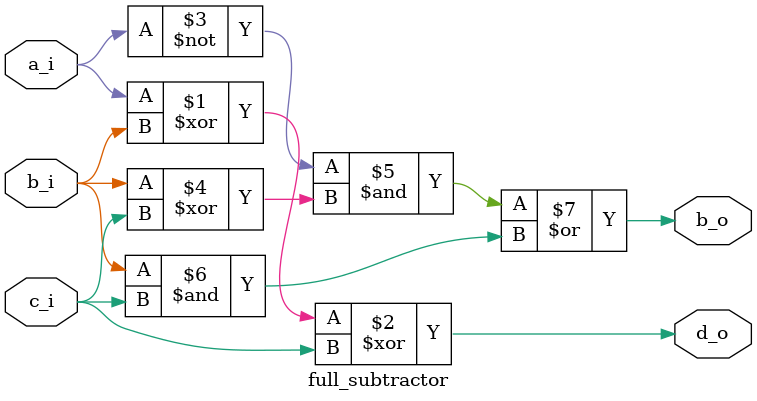
<source format=sv>
`include "../define.sv"
module full_subtractor(
	input logic a_i, b_i, c_i,
	output logic d_o, b_o
	);
	
	assign d_o = a_i ^ b_i ^ c_i;
	assign b_o = ((~a_i) & (b_i ^ c_i)) | (b_i & c_i);
	
endmodule

</source>
